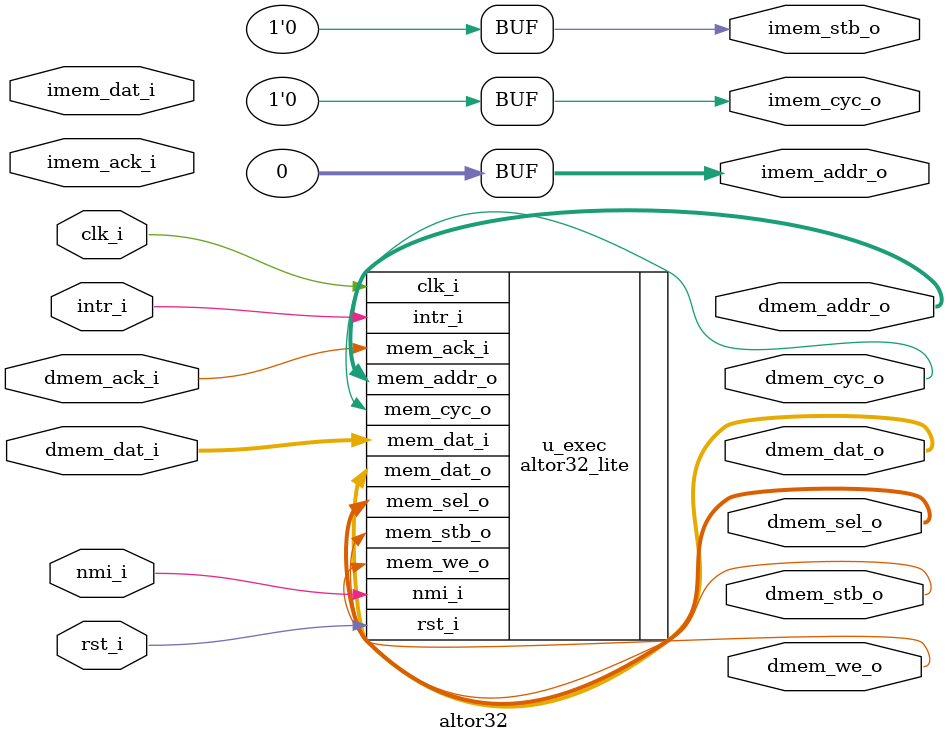
<source format=v>

module altor32
(
    // General
    input               clk_i /*verilator public*/,
    input               rst_i /*verilator public*/,

    // Maskable interrupt    
    input               intr_i /*verilator public*/,

    // Unmaskable interrupt
    input               nmi_i /*verilator public*/,

    // Instruction memory (unused)
    output [31:0]       imem_addr_o /*verilator public*/,
    input [31:0]        imem_dat_i /*verilator public*/,
    output              imem_cyc_o /*verilator public*/,
    output              imem_stb_o /*verilator public*/,
    input               imem_ack_i/*verilator public*/,  

    // Memory interface
    output [31:0]       dmem_addr_o /*verilator public*/,
    input [31:0]        dmem_dat_i /*verilator public*/,
    output [31:0]       dmem_dat_o /*verilator public*/,
    output              dmem_cyc_o /*verilator public*/,
    output              dmem_stb_o /*verilator public*/,
    output              dmem_we_o /*verilator public*/,
    output [3:0]        dmem_sel_o /*verilator public*/,
    input               dmem_ack_i/*verilator public*/ 
);

//-----------------------------------------------------------------
// Params
//-----------------------------------------------------------------
parameter           BOOT_VECTOR         = 32'h00000000;
parameter           ISR_VECTOR          = 32'h00000000;
parameter           REGISTER_FILE_TYPE  = "SIMULATION";
parameter           ENABLE_ICACHE       = "DISABLED"; // Unused
parameter           ENABLE_DCACHE       = "DISABLED"; // Unused
parameter           SUPPORT_32REGS      = "ENABLED";

//-----------------------------------------------------------------
// Instantiation
//-----------------------------------------------------------------
// CPU
altor32_lite
#(
    .BOOT_VECTOR(BOOT_VECTOR),
    .ISR_VECTOR(ISR_VECTOR),
    .REGISTER_FILE_TYPE(REGISTER_FILE_TYPE) 
)
u_exec
(
    // General - clocking & reset
    .clk_i(clk_i),
    .rst_i(rst_i),
    .nmi_i(nmi_i),
    .intr_i(intr_i),

    .mem_addr_o(dmem_addr_o),
    .mem_dat_o(dmem_dat_o),
    .mem_dat_i(dmem_dat_i),
    .mem_sel_o(dmem_sel_o),
    .mem_cyc_o(dmem_cyc_o),
    .mem_we_o(dmem_we_o),
    .mem_stb_o(dmem_stb_o),
    .mem_ack_i(dmem_ack_i)
);

// Unused outputs
assign imem_addr_o = 32'b0;
assign imem_cyc_o  = 1'b0;
assign imem_stb_o  = 1'b0;

endmodule

</source>
